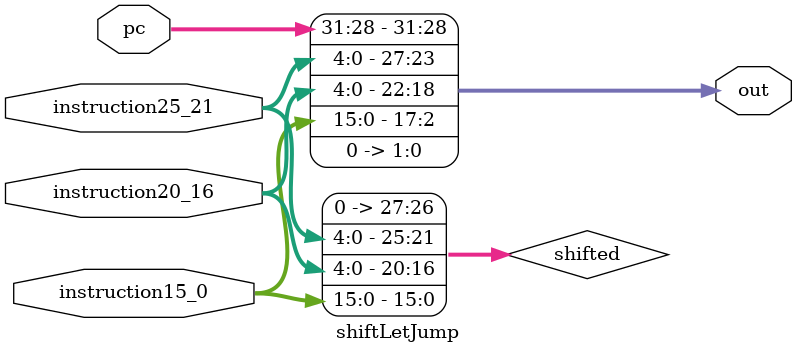
<source format=v>
module shiftLetJump(
    input wire [4:0] instruction25_21,
    input wire [4:0] instruction20_16,
    input wire [15:0] instruction15_0,
    input wire [31:0] pc,
    output wire [31:0] out
);

    wire [27:0] shifted;

    assign shifted = {instruction25_21, instruction20_16, instruction15_0};

    assign out = {pc[31:28], (shifted << 2)};

endmodule
</source>
